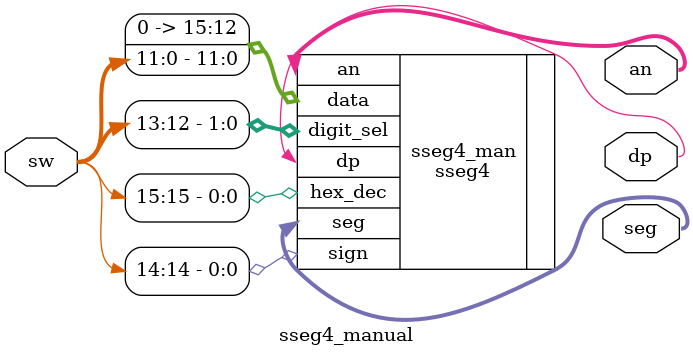
<source format=sv>
`timescale 1ns / 1ps


module sseg4_manual(
    input [15:0] sw,
    output [6:0] seg,
    output dp,
    output [3:0] an
    );
    
    sseg4 sseg4_man (
       .data({4'b0000, sw[11:0]}),
       .hex_dec(sw[15]),
       .sign(sw[14]),
       .digit_sel(sw[13:12]),
       .seg(seg[6:0]), 
       .dp(dp), 
       .an(an[3:0])
    );
    
    
endmodule

</source>
